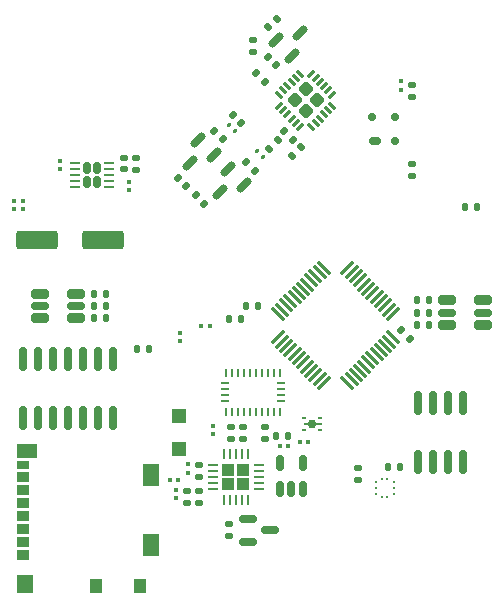
<source format=gbr>
%TF.GenerationSoftware,KiCad,Pcbnew,8.0.8*%
%TF.CreationDate,2025-02-27T11:16:46-08:00*%
%TF.ProjectId,Vanguard_new,56616e67-7561-4726-945f-6e65772e6b69,rev?*%
%TF.SameCoordinates,Original*%
%TF.FileFunction,Paste,Top*%
%TF.FilePolarity,Positive*%
%FSLAX46Y46*%
G04 Gerber Fmt 4.6, Leading zero omitted, Abs format (unit mm)*
G04 Created by KiCad (PCBNEW 8.0.8) date 2025-02-27 11:16:46*
%MOMM*%
%LPD*%
G01*
G04 APERTURE LIST*
G04 Aperture macros list*
%AMRoundRect*
0 Rectangle with rounded corners*
0 $1 Rounding radius*
0 $2 $3 $4 $5 $6 $7 $8 $9 X,Y pos of 4 corners*
0 Add a 4 corners polygon primitive as box body*
4,1,4,$2,$3,$4,$5,$6,$7,$8,$9,$2,$3,0*
0 Add four circle primitives for the rounded corners*
1,1,$1+$1,$2,$3*
1,1,$1+$1,$4,$5*
1,1,$1+$1,$6,$7*
1,1,$1+$1,$8,$9*
0 Add four rect primitives between the rounded corners*
20,1,$1+$1,$2,$3,$4,$5,0*
20,1,$1+$1,$4,$5,$6,$7,0*
20,1,$1+$1,$6,$7,$8,$9,0*
20,1,$1+$1,$8,$9,$2,$3,0*%
%AMFreePoly0*
4,1,13,0.320000,0.125000,0.700000,0.125000,0.700000,-0.125000,0.320000,-0.125000,0.200000,-0.350000,-0.200000,-0.350000,-0.320000,-0.125000,-0.850000,-0.125000,-0.850000,0.125000,-0.320000,0.125000,-0.200000,0.350000,0.200000,0.350000,0.320000,0.125000,0.320000,0.125000,$1*%
G04 Aperture macros list end*
%ADD10RoundRect,0.135000X0.035355X-0.226274X0.226274X-0.035355X-0.035355X0.226274X-0.226274X0.035355X0*%
%ADD11RoundRect,0.135000X-0.135000X-0.185000X0.135000X-0.185000X0.135000X0.185000X-0.135000X0.185000X0*%
%ADD12RoundRect,0.135000X-0.185000X0.135000X-0.185000X-0.135000X0.185000X-0.135000X0.185000X0.135000X0*%
%ADD13RoundRect,0.079500X-0.127279X-0.014849X-0.014849X-0.127279X0.127279X0.014849X0.014849X0.127279X0*%
%ADD14RoundRect,0.075000X0.521491X-0.415425X-0.415425X0.521491X-0.521491X0.415425X0.415425X-0.521491X0*%
%ADD15RoundRect,0.075000X0.521491X0.415425X0.415425X0.521491X-0.521491X-0.415425X-0.415425X-0.521491X0*%
%ADD16RoundRect,0.079500X-0.100500X0.079500X-0.100500X-0.079500X0.100500X-0.079500X0.100500X0.079500X0*%
%ADD17RoundRect,0.167500X0.167500X0.312500X-0.167500X0.312500X-0.167500X-0.312500X0.167500X-0.312500X0*%
%ADD18RoundRect,0.062500X0.362500X0.062500X-0.362500X0.062500X-0.362500X-0.062500X0.362500X-0.062500X0*%
%ADD19RoundRect,0.150000X-0.309359X-0.521491X0.521491X0.309359X0.309359X0.521491X-0.521491X-0.309359X0*%
%ADD20RoundRect,0.135000X0.135000X0.185000X-0.135000X0.185000X-0.135000X-0.185000X0.135000X-0.185000X0*%
%ADD21RoundRect,0.135000X-0.226274X-0.035355X-0.035355X-0.226274X0.226274X0.035355X0.035355X0.226274X0*%
%ADD22RoundRect,0.135000X0.226274X0.035355X0.035355X0.226274X-0.226274X-0.035355X-0.035355X-0.226274X0*%
%ADD23RoundRect,0.249999X0.290001X-0.290001X0.290001X0.290001X-0.290001X0.290001X-0.290001X-0.290001X0*%
%ADD24RoundRect,0.062500X0.062500X-0.350000X0.062500X0.350000X-0.062500X0.350000X-0.062500X-0.350000X0*%
%ADD25RoundRect,0.062500X0.350000X-0.062500X0.350000X0.062500X-0.350000X0.062500X-0.350000X-0.062500X0*%
%ADD26RoundRect,0.079500X-0.079500X-0.100500X0.079500X-0.100500X0.079500X0.100500X-0.079500X0.100500X0*%
%ADD27RoundRect,0.135000X-0.035355X0.226274X-0.226274X0.035355X0.035355X-0.226274X0.226274X-0.035355X0*%
%ADD28RoundRect,0.079500X0.100500X-0.079500X0.100500X0.079500X-0.100500X0.079500X-0.100500X-0.079500X0*%
%ADD29RoundRect,0.150000X-0.587500X-0.150000X0.587500X-0.150000X0.587500X0.150000X-0.587500X0.150000X0*%
%ADD30RoundRect,0.135000X0.185000X-0.135000X0.185000X0.135000X-0.185000X0.135000X-0.185000X-0.135000X0*%
%ADD31RoundRect,0.147500X-0.172500X0.147500X-0.172500X-0.147500X0.172500X-0.147500X0.172500X0.147500X0*%
%ADD32R,1.200000X1.200000*%
%ADD33R,0.254000X0.675000*%
%ADD34R,0.675000X0.254000*%
%ADD35RoundRect,0.160000X-0.565000X-0.240000X0.565000X-0.240000X0.565000X0.240000X-0.565000X0.240000X0*%
%ADD36RoundRect,0.120000X-0.605000X-0.180000X0.605000X-0.180000X0.605000X0.180000X-0.605000X0.180000X0*%
%ADD37RoundRect,0.079500X0.079500X0.100500X-0.079500X0.100500X-0.079500X-0.100500X0.079500X-0.100500X0*%
%ADD38RoundRect,0.062500X0.112500X0.062500X-0.112500X0.062500X-0.112500X-0.062500X0.112500X-0.062500X0*%
%ADD39FreePoly0,180.000000*%
%ADD40R,0.250000X0.275000*%
%ADD41R,0.275000X0.250000*%
%ADD42RoundRect,0.150000X0.150000X-0.825000X0.150000X0.825000X-0.150000X0.825000X-0.150000X-0.825000X0*%
%ADD43RoundRect,0.150000X0.309359X0.521491X-0.521491X-0.309359X-0.309359X-0.521491X0.521491X0.309359X0*%
%ADD44RoundRect,0.250000X1.500000X0.550000X-1.500000X0.550000X-1.500000X-0.550000X1.500000X-0.550000X0*%
%ADD45RoundRect,0.150000X0.150000X-0.512500X0.150000X0.512500X-0.150000X0.512500X-0.150000X-0.512500X0*%
%ADD46RoundRect,0.160000X0.565000X0.240000X-0.565000X0.240000X-0.565000X-0.240000X0.565000X-0.240000X0*%
%ADD47RoundRect,0.120000X0.605000X0.180000X-0.605000X0.180000X-0.605000X-0.180000X0.605000X-0.180000X0*%
%ADD48RoundRect,0.250000X0.000000X0.388909X-0.388909X0.000000X0.000000X-0.388909X0.388909X0.000000X0*%
%ADD49RoundRect,0.062500X0.203293X0.291682X-0.291682X-0.203293X-0.203293X-0.291682X0.291682X0.203293X0*%
%ADD50RoundRect,0.062500X-0.203293X0.291682X-0.291682X0.203293X0.203293X-0.291682X0.291682X-0.203293X0*%
%ADD51R,1.100000X0.850000*%
%ADD52R,1.100000X0.750000*%
%ADD53R,1.000000X1.200000*%
%ADD54R,1.350000X1.550000*%
%ADD55R,1.350000X1.900000*%
%ADD56R,1.800000X1.170000*%
%ADD57RoundRect,0.175000X0.325000X-0.175000X0.325000X0.175000X-0.325000X0.175000X-0.325000X-0.175000X0*%
%ADD58RoundRect,0.150000X0.150000X-0.200000X0.150000X0.200000X-0.150000X0.200000X-0.150000X-0.200000X0*%
G04 APERTURE END LIST*
D10*
%TO.C,R2*%
X116832161Y-96771175D03*
X117553409Y-96049927D03*
%TD*%
D11*
%TO.C,R30*%
X100015001Y-108450000D03*
X101034999Y-108450000D03*
%TD*%
D12*
%TO.C,R35*%
X126950000Y-90789976D03*
X126950000Y-91809974D03*
%TD*%
D13*
%TO.C,D2*%
X111456099Y-94192559D03*
X111944003Y-94680463D03*
%TD*%
D14*
%TO.C,U2*%
X121498788Y-116048427D03*
X121852342Y-115694873D03*
X122205895Y-115341320D03*
X122559449Y-114987766D03*
X122913002Y-114634213D03*
X123266555Y-114280660D03*
X123620109Y-113927106D03*
X123973662Y-113573553D03*
X124327215Y-113220000D03*
X124680769Y-112866446D03*
X125034322Y-112512893D03*
X125387876Y-112159339D03*
D15*
X125387876Y-110161763D03*
X125034322Y-109808209D03*
X124680769Y-109454656D03*
X124327215Y-109101102D03*
X123973662Y-108747549D03*
X123620109Y-108393996D03*
X123266555Y-108040442D03*
X122913002Y-107686889D03*
X122559449Y-107333336D03*
X122205895Y-106979782D03*
X121852342Y-106626229D03*
X121498788Y-106272675D03*
D14*
X119501212Y-106272675D03*
X119147658Y-106626229D03*
X118794105Y-106979782D03*
X118440551Y-107333336D03*
X118086998Y-107686889D03*
X117733445Y-108040442D03*
X117379891Y-108393996D03*
X117026338Y-108747549D03*
X116672785Y-109101102D03*
X116319231Y-109454656D03*
X115965678Y-109808209D03*
X115612124Y-110161763D03*
D15*
X115612124Y-112159339D03*
X115965678Y-112512893D03*
X116319231Y-112866446D03*
X116672785Y-113220000D03*
X117026338Y-113573553D03*
X117379891Y-113927106D03*
X117733445Y-114280660D03*
X118086998Y-114634213D03*
X118440551Y-114987766D03*
X118794105Y-115341320D03*
X119147658Y-115694873D03*
X119501212Y-116048427D03*
%TD*%
D16*
%TO.C,C13*%
X93280000Y-100615000D03*
X93280000Y-101305000D03*
%TD*%
D17*
%TO.C,U8*%
X100310000Y-99010000D03*
X100310000Y-97820000D03*
X99490000Y-99010000D03*
X99490000Y-97820000D03*
D18*
X101350000Y-99415000D03*
X101350000Y-98915000D03*
X101350000Y-98415000D03*
X101350000Y-97915000D03*
X101350000Y-97415000D03*
X98450000Y-97415000D03*
X98450000Y-97915000D03*
X98450000Y-98415000D03*
X98450000Y-98915000D03*
X98450000Y-99415000D03*
%TD*%
D19*
%TO.C,Q1*%
X115485208Y-87014625D03*
X116828711Y-88358128D03*
X117482785Y-86360551D03*
%TD*%
D20*
%TO.C,R23*%
X112510000Y-110560000D03*
X111490000Y-110560000D03*
%TD*%
D21*
%TO.C,R5*%
X113778752Y-89778752D03*
X114500000Y-90500000D03*
%TD*%
D22*
%TO.C,R10*%
X113644033Y-98041801D03*
X112922785Y-97320553D03*
%TD*%
D12*
%TO.C,R15*%
X108910000Y-125169999D03*
X108910000Y-126189999D03*
%TD*%
D11*
%TO.C,R25*%
X127385000Y-109030000D03*
X128405000Y-109030000D03*
%TD*%
D16*
%TO.C,C12*%
X94030000Y-100610000D03*
X94030000Y-101300000D03*
%TD*%
D23*
%TO.C,U9*%
X111417500Y-124595000D03*
X112667500Y-124595000D03*
X111417500Y-123345000D03*
X112667500Y-123345000D03*
D24*
X111042500Y-125907500D03*
X111542500Y-125907500D03*
X112042500Y-125907499D03*
X112542500Y-125907500D03*
X113042500Y-125907500D03*
D25*
X113980000Y-124970000D03*
X113980000Y-124470000D03*
X113979999Y-123970000D03*
X113980000Y-123470000D03*
X113980000Y-122970000D03*
D24*
X113042500Y-122032500D03*
X112542500Y-122032500D03*
X112042500Y-122032501D03*
X111542500Y-122032500D03*
X111042500Y-122032500D03*
D25*
X110105000Y-122970000D03*
X110105000Y-123470000D03*
X110105001Y-123970000D03*
X110105000Y-124470000D03*
X110105000Y-124970000D03*
%TD*%
D26*
%TO.C,C6*%
X115805000Y-121390000D03*
X116495000Y-121390000D03*
%TD*%
D27*
%TO.C,R3*%
X115623409Y-95469927D03*
X114902161Y-96191175D03*
%TD*%
D28*
%TO.C,C9*%
X103000000Y-99690000D03*
X103000000Y-99000000D03*
%TD*%
D29*
%TO.C,Q4*%
X113062500Y-127550000D03*
X113062500Y-129450000D03*
X114937501Y-128500000D03*
%TD*%
D28*
%TO.C,D7*%
X126070000Y-91174974D03*
X126070000Y-90484974D03*
%TD*%
D20*
%TO.C,R1*%
X125969999Y-123090000D03*
X124950001Y-123090000D03*
%TD*%
D11*
%TO.C,R24*%
X103700000Y-113100000D03*
X104720000Y-113100000D03*
%TD*%
D28*
%TO.C,C8*%
X97140000Y-97930000D03*
X97140000Y-97240000D03*
%TD*%
D11*
%TO.C,R26*%
X127385000Y-110070000D03*
X128405000Y-110070000D03*
%TD*%
D12*
%TO.C,R33*%
X103560000Y-96945001D03*
X103560000Y-97964999D03*
%TD*%
D28*
%TO.C,C3*%
X107290000Y-112455000D03*
X107290000Y-111765000D03*
%TD*%
D12*
%TO.C,R34*%
X111500000Y-127990001D03*
X111500000Y-129009999D03*
%TD*%
D30*
%TO.C,R36*%
X122430000Y-124239999D03*
X122430000Y-123220001D03*
%TD*%
D31*
%TO.C,L1*%
X102560000Y-96950001D03*
X102560000Y-97920001D03*
%TD*%
D16*
%TO.C,C7*%
X110147500Y-119670000D03*
X110147500Y-120360000D03*
%TD*%
D32*
%TO.C,D6*%
X107280000Y-121587499D03*
X107280000Y-118787501D03*
%TD*%
D21*
%TO.C,R13*%
X108639376Y-100139376D03*
X109360624Y-100860624D03*
%TD*%
D11*
%TO.C,R17*%
X115490000Y-120500000D03*
X116510000Y-120500000D03*
%TD*%
D33*
%TO.C,U6*%
X111250000Y-115137500D03*
D34*
X111112500Y-116050000D03*
X111112500Y-116550000D03*
X111112500Y-117050000D03*
X111112500Y-117550000D03*
D33*
X111250000Y-118462500D03*
X111750000Y-118462500D03*
X112250000Y-118462500D03*
X112750000Y-118462500D03*
X113250000Y-118462500D03*
X113750000Y-118462500D03*
X114250000Y-118462500D03*
X114750000Y-118462500D03*
X115250000Y-118462500D03*
X115750000Y-118462500D03*
D34*
X115887500Y-117550000D03*
X115887500Y-117050000D03*
X115887500Y-116550000D03*
X115887500Y-116050000D03*
D33*
X115750000Y-115137500D03*
X115250000Y-115137500D03*
X114750000Y-115137500D03*
X114250000Y-115137500D03*
X113750000Y-115137500D03*
X113250000Y-115137500D03*
X112750000Y-115137500D03*
X112250000Y-115137500D03*
X111750000Y-115137500D03*
%TD*%
D22*
%TO.C,R9*%
X110945214Y-95378731D03*
X110223966Y-94657483D03*
%TD*%
D35*
%TO.C,STARBOARD_RGB1*%
X129900000Y-109020000D03*
D36*
X129900000Y-110070000D03*
D35*
X129900000Y-111120000D03*
X132950000Y-111120000D03*
D36*
X132950000Y-110070000D03*
D35*
X132950000Y-109020000D03*
%TD*%
D11*
%TO.C,R32*%
X131470000Y-101140000D03*
X132489998Y-101140000D03*
%TD*%
D37*
%TO.C,C2*%
X109830000Y-111160000D03*
X109140000Y-111160000D03*
%TD*%
D12*
%TO.C,R18*%
X111647500Y-119720000D03*
X111647500Y-120740000D03*
%TD*%
D22*
%TO.C,R21*%
X126791248Y-112251248D03*
X126070000Y-111530000D03*
%TD*%
D38*
%TO.C,U5*%
X119175001Y-119999999D03*
D39*
X118500001Y-119500000D03*
D38*
X119175001Y-119000001D03*
X117825001Y-119000001D03*
X117825001Y-119999999D03*
%TD*%
D12*
%TO.C,R31*%
X126970000Y-97490001D03*
X126970000Y-98509999D03*
%TD*%
D11*
%TO.C,R22*%
X112940002Y-109530000D03*
X113960000Y-109530000D03*
%TD*%
D40*
%TO.C,U10*%
X124890000Y-124137500D03*
X124390000Y-124137500D03*
D41*
X123877500Y-124400000D03*
X123877500Y-124900000D03*
X123877500Y-125400000D03*
D40*
X124390000Y-125662500D03*
X124890000Y-125662500D03*
D41*
X125402500Y-125400000D03*
X125402500Y-124900000D03*
X125402500Y-124400000D03*
%TD*%
D42*
%TO.C,U3*%
X127465192Y-122696196D03*
X128735192Y-122696196D03*
X130005192Y-122696196D03*
X131275192Y-122696196D03*
X131275192Y-117746196D03*
X130005192Y-117746196D03*
X128735192Y-117746196D03*
X127465192Y-117746196D03*
%TD*%
D13*
%TO.C,D3*%
X113842021Y-96358885D03*
X114329925Y-96846789D03*
%TD*%
D21*
%TO.C,R4*%
X111800814Y-93292767D03*
X112522062Y-94014015D03*
%TD*%
D30*
%TO.C,R8*%
X113500000Y-88009999D03*
X113500000Y-86990001D03*
%TD*%
D16*
%TO.C,C11*%
X107020000Y-125100000D03*
X107020000Y-125790000D03*
%TD*%
D11*
%TO.C,R28*%
X100025001Y-110530000D03*
X101044999Y-110530000D03*
%TD*%
D16*
%TO.C,C4*%
X108040000Y-122915000D03*
X108040000Y-123605000D03*
%TD*%
D12*
%TO.C,R19*%
X112647500Y-119720000D03*
X112647500Y-120740000D03*
%TD*%
D11*
%TO.C,R29*%
X100015001Y-109500000D03*
X101034999Y-109500000D03*
%TD*%
D10*
%TO.C,R7*%
X114799376Y-85890624D03*
X115520624Y-85169376D03*
%TD*%
D12*
%TO.C,R14*%
X108920000Y-122980001D03*
X108920000Y-123999999D03*
%TD*%
%TO.C,R20*%
X114500000Y-119720000D03*
X114500000Y-120740000D03*
%TD*%
D43*
%TO.C,Q3*%
X110206289Y-96754054D03*
X108862786Y-95410551D03*
X108208712Y-97408128D03*
%TD*%
D42*
%TO.C,U7*%
X94010000Y-118975000D03*
X95280000Y-118975000D03*
X96550000Y-118975000D03*
X97820000Y-118975000D03*
X99090000Y-118975000D03*
X100360000Y-118975000D03*
X101630000Y-118975000D03*
X101630000Y-114025000D03*
X100360000Y-114025000D03*
X99090000Y-114025000D03*
X97820000Y-114025000D03*
X96550000Y-114025000D03*
X95280000Y-114025000D03*
X94010000Y-114025000D03*
%TD*%
D37*
%TO.C,D5*%
X118165000Y-121000000D03*
X117475000Y-121000000D03*
%TD*%
D21*
%TO.C,R6*%
X114742161Y-88399927D03*
X115463409Y-89121175D03*
%TD*%
%TO.C,R11*%
X116141537Y-94679303D03*
X116862785Y-95400551D03*
%TD*%
D44*
%TO.C,C10*%
X100800000Y-103900000D03*
X95200000Y-103900000D03*
%TD*%
D45*
%TO.C,U4*%
X115800000Y-125027500D03*
X116750000Y-125027500D03*
X117700000Y-125027500D03*
X117700000Y-122752500D03*
X115800000Y-122752500D03*
%TD*%
D30*
%TO.C,R16*%
X107900000Y-126189999D03*
X107900000Y-125170001D03*
%TD*%
D46*
%TO.C,PORTSIDE_RGB1*%
X98525000Y-110550000D03*
D47*
X98525000Y-109500000D03*
D46*
X98525000Y-108450000D03*
X95475000Y-108450000D03*
D47*
X95475000Y-109500000D03*
D46*
X95475000Y-110550000D03*
%TD*%
D43*
%TO.C,Q2*%
X112708884Y-99217364D03*
X111365381Y-97873861D03*
X110711307Y-99871438D03*
%TD*%
D48*
%TO.C,U1*%
X118888781Y-92077346D03*
X117969542Y-91158107D03*
X117969542Y-92996585D03*
X117050303Y-92077346D03*
D49*
X120223445Y-91591210D03*
X119869891Y-91237657D03*
X119516338Y-90884103D03*
X119162785Y-90530550D03*
X118809231Y-90176997D03*
X118455678Y-89823443D03*
D50*
X117483406Y-89823443D03*
X117129853Y-90176997D03*
X116776299Y-90530550D03*
X116422746Y-90884103D03*
X116069193Y-91237657D03*
X115715639Y-91591210D03*
D49*
X115715639Y-92563482D03*
X116069193Y-92917035D03*
X116422746Y-93270589D03*
X116776299Y-93624142D03*
X117129853Y-93977695D03*
X117483406Y-94331249D03*
D50*
X118455678Y-94331249D03*
X118809231Y-93977695D03*
X119162785Y-93624142D03*
X119516338Y-93270589D03*
X119869891Y-92917035D03*
X120223445Y-92563482D03*
%TD*%
D22*
%TO.C,R12*%
X107860624Y-99360624D03*
X107139376Y-98639376D03*
%TD*%
D51*
%TO.C,J3*%
X94050000Y-130605001D03*
X94050000Y-129505000D03*
X94050000Y-128405001D03*
X94050000Y-127305000D03*
X94050000Y-126205000D03*
X94050000Y-125105000D03*
X94050000Y-124005000D03*
D52*
X94050000Y-122955000D03*
D53*
X100200000Y-133240000D03*
X103900000Y-133240000D03*
D54*
X94175000Y-133065000D03*
D55*
X104875000Y-129740000D03*
X104875000Y-123770000D03*
D56*
X94400000Y-121745000D03*
%TD*%
D57*
%TO.C,D1*%
X123800000Y-95500000D03*
D58*
X125500000Y-95500000D03*
X125500000Y-93500000D03*
X123600000Y-93500000D03*
%TD*%
D11*
%TO.C,R27*%
X127385000Y-111120000D03*
X128405000Y-111120000D03*
%TD*%
D37*
%TO.C,C5*%
X107190000Y-124260000D03*
X106500000Y-124260000D03*
%TD*%
M02*

</source>
